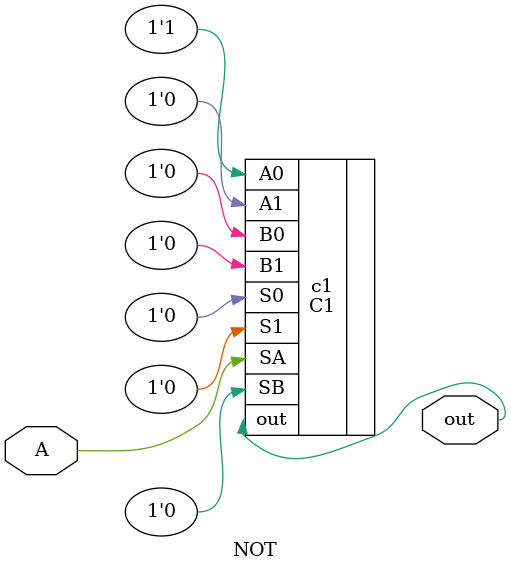
<source format=v>
module NOT (A, out);
    input A;
    output out;
    C1 c1 (
        .A0(1'b1),
        .A1(1'b0),
        .SA(A),
        .B0(1'b0),
        .B1(1'b0),
        .SB(1'b0),
        .S0(1'b0),
        .S1(1'b0),
        .out(out)
    );
endmodule
</source>
